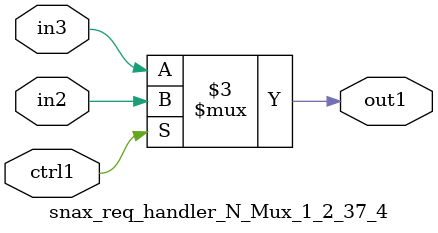
<source format=v>

`timescale 1ps / 1ps


module snax_req_handler_N_Mux_1_2_37_4( in3, in2, ctrl1, out1 );

    input in3;
    input in2;
    input ctrl1;
    output out1;
    reg out1;

    
    // rtl_process:snax_req_handler_N_Mux_1_2_37_4/snax_req_handler_N_Mux_1_2_37_4_thread_1
    always @*
      begin : snax_req_handler_N_Mux_1_2_37_4_thread_1
        case (ctrl1) 
          1'b1: 
            begin
              out1 = in2;
            end
          default: 
            begin
              out1 = in3;
            end
        endcase
      end

endmodule



</source>
